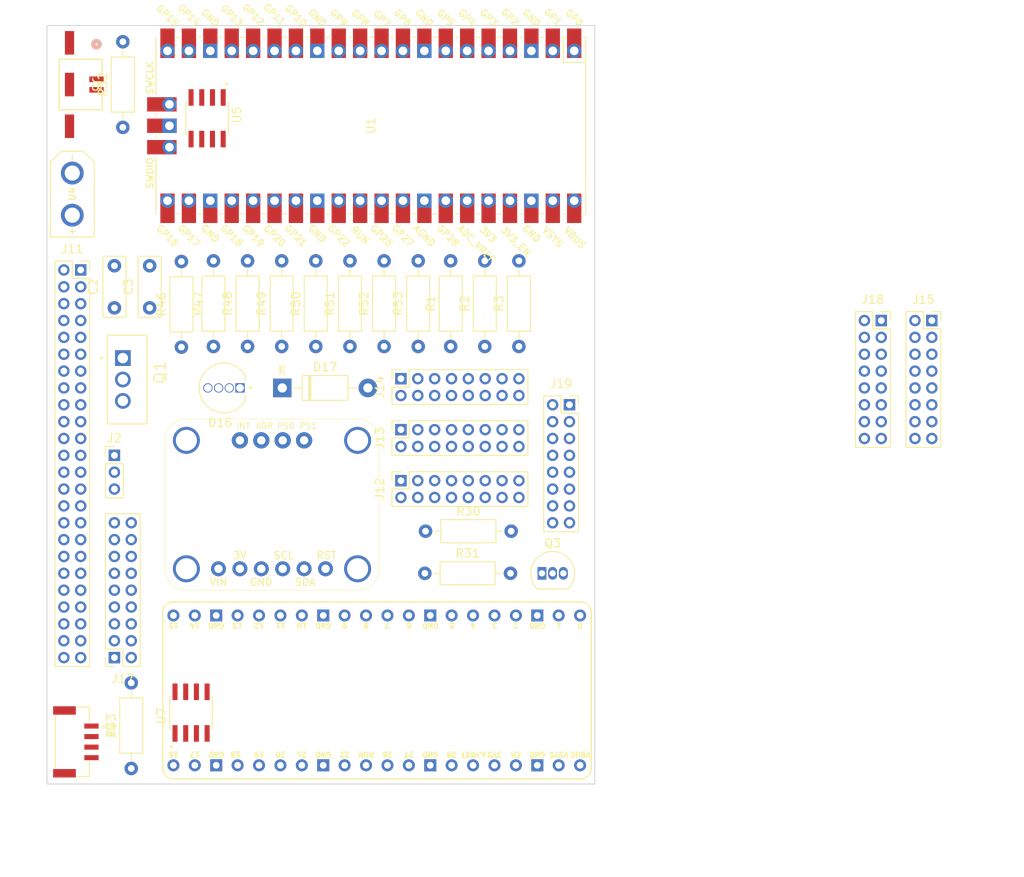
<source format=kicad_pcb>
(kicad_pcb (version 20221018) (generator pcbnew)
  (layers (0 "F.Cu" signal) (1 "In1.Cu" signal) (2 "In2.Cu" signal) (3 "In3.Cu" signal) (4 "In4.Cu" signal) (31 "B.Cu" signal) (34 "B.Paste" user) (35 "F.Paste" user) (36 "B.SilkS" user "B.Silkscreen") (37 "F.SilkS" user "F.Silkscreen") (38 "B.Mask" user) (39 "F.Mask" user) (44 "Edge.Cuts" user))
  (net 0 "")
  (net 1 "/GND")
  (net 2 "/5V")
  (net 3 "/3V3")
  (net 4 "Net-(Q1-IN)")
  (net 5 "/A6")
  (net 6 "Net-(J2-Pin_3)")
  (net 7 "Net-(J3-Pin_1)")
  (net 8 "Net-(J3-Pin_2)")
  (net 9 "Net-(J4-Pin_1)")
  (net 10 "Net-(J4-Pin_2)")
  (net 11 "Net-(Q3-B)")
  (net 12 "/CAN1_RX")
  (net 13 "/CAN1_TX")
  (net 14 "/CAN2_RX")
  (net 15 "/CAN2_TX")
  (net 16 "/SWCLK-A")
  (net 17 "/SWDIO-A")
  (net 18 "/SWCLK-B")
  (net 19 "/SWDIO-B")
  (net 20 "/DR16-RX")
  (net 21 "/A26")
  (net 22 "/A27")
  (net 23 "/A28")
  (net 24 "/A29")
  (net 27 "/A8")
  (net 28 "/A7")
  (net 29 "/GPIO18-A")
  (net 30 "/GPIO19-A")
  (net 31 "/GPIO20-A")
  (net 32 "/GPIO21-A")
  (net 33 "/GPIO0-A")
  (net 34 "/GPIO1-A")
  (net 35 "/GPIO2-A")
  (net 36 "/GPIO3-A")
  (net 37 "/GPIO4-A")
  (net 38 "/GPIO5-A")
  (net 39 "/GPIO0-B")
  (net 40 "/GPIO1-B")
  (net 41 "/GPIO2-B")
  (net 42 "/GPIO3-B")
  (net 43 "/GPIO4-B")
  (net 44 "/GPIO5-B")
  (net 45 "/A9")
  (net 46 "/A10")
  (net 47 "/A11")
  (net 48 "/A12")
  (net 49 "/B6")
  (net 50 "/B7")
  (net 51 "/B8")
  (net 52 "/B9")
  (net 53 "/B10")
  (net 54 "/B11")
  (net 55 "Net-(D17-A)")
  (net 56 "/B12")
  (net 57 "/B13")
  (net 58 "/B14")
  (net 59 "/B15")
  (net 60 "/B16")
  (net 61 "/B17")
  (net 62 "/B18")
  (net 63 "/B19")
  (net 64 "/B20")
  (net 65 "/B21")
  (net 66 "/B22")
  (net 67 "/B23")
  (net 68 "/B24")
  (net 69 "/B25")
  (net 70 "/B26")
  (net 71 "/B27")
  (net 72 "/B28")
  (net 73 "/B29")
  (net 83 "Net-(D16-Pad4)")
  (net 84 "Net-(D16-Pad3)")
  (net 85 "Net-(D16-Pad1)")
  (footprint "Resistor_THT:R_Axial_DIN0207_L6.3mm_D2.5mm_P10.16mm_Horizontal" (layer "F.Cu") (at 33.95 137.16 90)
    (fp_text reference "R46")
    (fp_text value "0")
  )
  (footprint "BNO055:BNO055" (layer "F.Cu") (at 32 166)
    (fp_text reference "REF**" hide)
    (fp_text value "BNO055")
  )
  (footprint "LM2940CT-5.0:TO254P1054X470X1955-3" (layer "F.Cu") (at 27 141 -90)
    (fp_text reference "Q1")
    (fp_text value "LM2940CT-5.0_NOPB")
  )
  (footprint "Resistor_THT:R_Axial_DIN0207_L6.3mm_D2.5mm_P10.16mm_Horizontal" (layer "F.Cu") (at 74 137.08 90)
    (fp_text reference "R3")
    (fp_text value "R")
  )
  (footprint "Diode_THT:D_DO-41_SOD81_P10.16mm_Horizontal" (layer "F.Cu") (at 45.92 142)
    (fp_text reference "D17")
    (fp_text value "1N5817")
  )
  (footprint "Connector_PinSocket_2.00mm:PinSocket_2x08_P2.00mm_Vertical" (layer "F.Cu") (at 60 140.9 90)
    (fp_text reference "J14")
    (fp_text value "Conn_02x08_Counter_Clockwise")
  )
  (footprint "XT30UPB-M:XT30UPB-M" (layer "F.Cu") (at 21 119 90)
    (fp_text reference "U4")
    (fp_text value "XT30UPB-M")
  )
  (footprint "SN65HVD230DR:SOIC127P599X175-8N" (layer "F.Cu") (at 35.095 180.53 90)
    (fp_text reference "U7")
    (fp_text value "SN65HVD230DR")
  )
  (footprint "Resistor_THT:R_Axial_DIN0207_L6.3mm_D2.5mm_P10.16mm_Horizontal" (layer "F.Cu") (at 45.85 137.08 90)
    (fp_text reference "R49")
    (fp_text value "0")
  )
  (footprint "Resistor_THT:R_Axial_DIN0207_L6.3mm_D2.5mm_P10.16mm_Horizontal" (layer "F.Cu") (at 28 187.16 90)
    (fp_text reference "R33")
    (fp_text value "120")
  )
  (footprint "Resistor_THT:R_Axial_DIN0207_L6.3mm_D2.5mm_P10.16mm_Horizontal" (layer "F.Cu") (at 69.95 137.08 90)
    (fp_text reference "R2")
    (fp_text value "R")
  )
  (footprint "Connector_PinSocket_2.00mm:PinSocket_2x09_P2.00mm_Vertical" (layer "F.Cu") (at 26 174 180)
    (fp_text reference "J17")
    (fp_text value "Conn_02x09_Odd_Even")
  )
  (footprint "Capacitor_THT:C_Disc_D7.0mm_W2.5mm_P5.00mm" (layer "F.Cu") (at 30.182 132.5 90)
    (fp_text reference "C3")
    (fp_text value "22uF")
  )
  (footprint "Connector_PinSocket_2.00mm:PinSocket_2x08_P2.00mm_Vertical" (layer "F.Cu") (at 60 146.95 90)
    (fp_text reference "J13")
    (fp_text value "Conn_02x08_Counter_Clockwise")
  )
  (footprint "Resistor_THT:R_Axial_DIN0207_L6.3mm_D2.5mm_P10.16mm_Horizontal" (layer "F.Cu") (at 37.75 137.08 90)
    (fp_text reference "R47")
    (fp_text value "0")
  )
  (footprint "WP154A4SUREQBFZGC:LED_WP154A4SUREQBFZGC" (layer "F.Cu") (at 39 142 180)
    (fp_text reference "D16")
    (fp_text value "WP154A4SUREQBFZGC")
  )
  (footprint "Connector_PinSocket_2.00mm:PinSocket_2x08_P2.00mm_Vertical" (layer "F.Cu") (at 80 144)
    (fp_text reference "J19")
    (fp_text value "Conn_02x08_Counter_Clockwise")
  )
  (footprint "Capacitor_THT:C_Disc_D7.0mm_W2.5mm_P5.00mm" (layer "F.Cu") (at 26 132.5 90)
    (fp_text reference "C2")
    (fp_text value ".47uF")
  )
  (footprint "Resistor_THT:R_Axial_DIN0207_L6.3mm_D2.5mm_P10.16mm_Horizontal" (layer "F.Cu") (at 62.05 137.08 90)
    (fp_text reference "R53")
    (fp_text value "0")
  )
  (footprint "Resistor_THT:R_Axial_DIN0207_L6.3mm_D2.5mm_P10.16mm_Horizontal" (layer "F.Cu") (at 62.92 159)
    (fp_text reference "R30")
    (fp_text value "R")
  )
  (footprint "Connector_PinSocket_2.00mm:PinSocket_2x08_P2.00mm_Vertical" (layer "F.Cu") (at 117 134)
    (fp_text reference "J18")
    (fp_text value "Conn_02x08_Counter_Clockwise")
  )
  (footprint "MCU_RaspberryPi_and_Boards:RPi_Pico_SMD_TH" (layer "F.Cu") (at 56.43 110.89 -90)
    (fp_text reference "U1")
    (fp_text value "Pico")
  )
  (footprint "SM04B_GHS_TB_LF__SN__:JST_SM04B-GHS-TB_LF__SN_-" (layer "F.Cu") (at 21 184 -90)
    (fp_text reference "J4")
    (fp_text value "Conn_01x04")
  )
  (footprint "Resistor_THT:R_Axial_DIN0207_L6.3mm_D2.5mm_P10.16mm_Horizontal" (layer "F.Cu") (at 53.95 137.08 90)
    (fp_text reference "R51")
    (fp_text value "0")
  )
  (footprint "Resistor_THT:R_Axial_DIN0207_L6.3mm_D2.5mm_P10.16mm_Horizontal" (layer "F.Cu") (at 65.9 137.08 90)
    (fp_text reference "R1")
    (fp_text value "R")
  )
  (footprint "ul_SM02B-GHS-TB:CONN_SM02B-GHS-TB_JST" (layer "F.Cu") (at 23.87305 105.375 -90)
    (fp_text reference "J3")
    (fp_text value "Conn_01x02")
  )
  (footprint "MarblePIco:MarblePico" (layer "F.Cu") (at 57.23 178.39 180)
    (fp_text reference "U6" hide)
    (fp_text value "Pico" hide)
  )
  (footprint "Resistor_THT:R_Axial_DIN0207_L6.3mm_D2.5mm_P10.16mm_Horizontal" (layer "F.Cu") (at 41.8 137.08 90)
    (fp_text reference "R48")
    (fp_text value "0")
  )
  (footprint "Resistor_THT:R_Axial_DIN0207_L6.3mm_D2.5mm_P10.16mm_Horizontal" (layer "F.Cu") (at 49.9 137.08 90)
    (fp_text reference "R50")
    (fp_text value "0")
  )
  (footprint "Resistor_THT:R_Axial_DIN0207_L6.3mm_D2.5mm_P10.16mm_Horizontal" (layer "F.Cu") (at 58 137.08 90)
    (fp_text reference "R52")
    (fp_text value "0")
  )
  (footprint "Connector_PinHeader_2.00mm:PinHeader_1x03_P2.00mm_Vertical" (layer "F.Cu") (at 26 150)
    (fp_text reference "J2")
    (fp_text value "Conn_01x03")
  )
  (footprint "Connector_PinSocket_2.00mm:PinSocket_2x08_P2.00mm_Vertical" (layer "F.Cu") (at 60 153 90)
    (fp_text reference "J12")
    (fp_text value "Conn_02x08_Counter_Clockwise")
  )
  (footprint "Resistor_THT:R_Axial_DIN0207_L6.3mm_D2.5mm_P10.16mm_Horizontal" (layer "F.Cu") (at 62.84 164)
    (fp_text reference "R31")
    (fp_text value "R")
  )
  (footprint "Connector_PinSocket_2.00mm:PinSocket_2x24_P2.00mm_Vertical" (layer "F.Cu") (at 22 128)
    (fp_text reference "J11")
    (fp_text value "Conn_02x24_Odd_Even")
  )
  (footprint "Package_TO_SOT_THT:TO-92_Inline" (layer "F.Cu") (at 76.73 164)
    (fp_text reference "Q3")
    (fp_text value "PN2222A")
  )
  (footprint "Connector_PinSocket_2.00mm:PinSocket_2x08_P2.00mm_Vertical" (layer "F.Cu") (at 123 134)
    (fp_text reference "J15")
    (fp_text value "Conn_02x08_Counter_Clockwise")
  )
  (footprint "SN65HVD230DR:SOIC127P599X175-8N" (layer "F.Cu") (at 37 110 -90)
    (fp_text reference "U5")
    (fp_text value "SN65HVD230DR")
  )
  (footprint "Resistor_THT:R_Axial_DIN0207_L6.3mm_D2.5mm_P10.16mm_Horizontal" (layer "F.Cu") (at 27 111.08 90)
    (fp_text reference "R32")
    (fp_text value "120")
  )
  (gr_rect (start 18 99) (end 83 189) (stroke (width 0.1)) (fill none) (layer "Edge.Cuts"))
)
</source>
